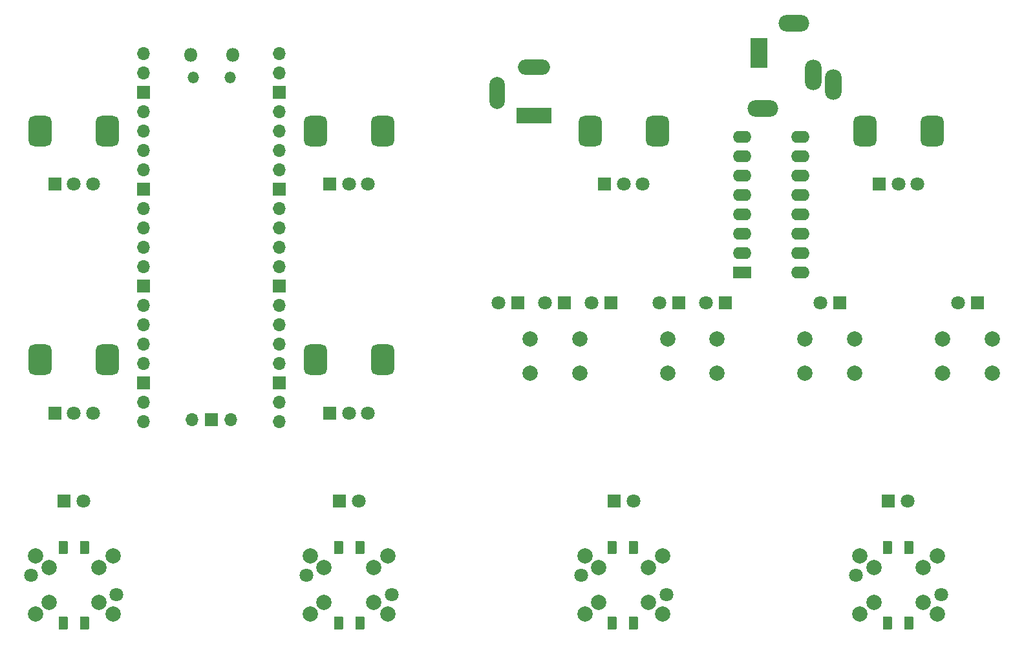
<source format=gbr>
%TF.GenerationSoftware,KiCad,Pcbnew,8.0.5*%
%TF.CreationDate,2024-11-14T15:35:10+01:00*%
%TF.ProjectId,VCO_RPIpico,56434f5f-5250-4497-9069-636f2e6b6963,0*%
%TF.SameCoordinates,Original*%
%TF.FileFunction,Soldermask,Top*%
%TF.FilePolarity,Negative*%
%FSLAX46Y46*%
G04 Gerber Fmt 4.6, Leading zero omitted, Abs format (unit mm)*
G04 Created by KiCad (PCBNEW 8.0.5) date 2024-11-14 15:35:10*
%MOMM*%
%LPD*%
G01*
G04 APERTURE LIST*
G04 Aperture macros list*
%AMRoundRect*
0 Rectangle with rounded corners*
0 $1 Rounding radius*
0 $2 $3 $4 $5 $6 $7 $8 $9 X,Y pos of 4 corners*
0 Add a 4 corners polygon primitive as box body*
4,1,4,$2,$3,$4,$5,$6,$7,$8,$9,$2,$3,0*
0 Add four circle primitives for the rounded corners*
1,1,$1+$1,$2,$3*
1,1,$1+$1,$4,$5*
1,1,$1+$1,$6,$7*
1,1,$1+$1,$8,$9*
0 Add four rect primitives between the rounded corners*
20,1,$1+$1,$2,$3,$4,$5,0*
20,1,$1+$1,$4,$5,$6,$7,0*
20,1,$1+$1,$6,$7,$8,$9,0*
20,1,$1+$1,$8,$9,$2,$3,0*%
G04 Aperture macros list end*
%ADD10R,1.800000X1.800000*%
%ADD11C,1.800000*%
%ADD12RoundRect,0.250000X-0.375000X-0.625000X0.375000X-0.625000X0.375000X0.625000X-0.375000X0.625000X0*%
%ADD13RoundRect,0.750000X0.750000X-1.250000X0.750000X1.250000X-0.750000X1.250000X-0.750000X-1.250000X0*%
%ADD14C,2.000000*%
%ADD15O,2.200000X4.000000*%
%ADD16O,4.000000X2.200000*%
%ADD17R,2.200000X4.000000*%
%ADD18R,4.600000X2.000000*%
%ADD19O,4.200000X2.000000*%
%ADD20O,2.000000X4.200000*%
%ADD21R,2.400000X1.600000*%
%ADD22O,2.400000X1.600000*%
%ADD23O,1.800000X1.800000*%
%ADD24O,1.500000X1.500000*%
%ADD25O,1.700000X1.700000*%
%ADD26R,1.700000X1.700000*%
G04 APERTURE END LIST*
D10*
%TO.C,D6*%
X127736000Y-113008000D03*
D11*
X130276000Y-113008000D03*
%TD*%
D12*
%TO.C,D18*%
X127500000Y-128984000D03*
X130300000Y-128984000D03*
%TD*%
D10*
%TO.C,R14*%
X54500000Y-101450000D03*
D11*
X57000000Y-101450000D03*
X59500000Y-101450000D03*
D13*
X52600000Y-94450000D03*
X61400000Y-94450000D03*
%TD*%
D14*
%TO.C,SW4*%
X125750000Y-121750000D03*
X132250000Y-121750000D03*
X125750000Y-126250000D03*
X132250000Y-126250000D03*
%TD*%
%TO.C,SW6*%
X53750000Y-121750000D03*
X60250000Y-121750000D03*
X53750000Y-126250000D03*
X60250000Y-126250000D03*
%TD*%
D12*
%TO.C,D17*%
X91686000Y-128984000D03*
X94486000Y-128984000D03*
%TD*%
D10*
%TO.C,D10*%
X121269000Y-87000000D03*
D11*
X118729000Y-87000000D03*
%TD*%
D12*
%TO.C,D14*%
X127500000Y-119104000D03*
X130300000Y-119104000D03*
%TD*%
D10*
%TO.C,D7*%
X163677000Y-113008000D03*
D11*
X166217000Y-113008000D03*
%TD*%
D10*
%TO.C,D1*%
X142351000Y-87000000D03*
D11*
X139811000Y-87000000D03*
%TD*%
D12*
%TO.C,D13*%
X91670000Y-119104000D03*
X94470000Y-119104000D03*
%TD*%
D14*
%TO.C,sw9*%
X62100000Y-120200000D03*
X51940000Y-120200000D03*
X62100000Y-127820000D03*
X51940000Y-127820000D03*
D11*
X51412000Y-122740000D03*
X62588000Y-125280000D03*
%TD*%
D10*
%TO.C,D11*%
X127365000Y-87000000D03*
D11*
X124825000Y-87000000D03*
%TD*%
D10*
%TO.C,RV5*%
X90500000Y-71450000D03*
D11*
X93000000Y-71450000D03*
X95500000Y-71450000D03*
D13*
X88600000Y-64450000D03*
X97400000Y-64450000D03*
%TD*%
D14*
%TO.C,sw10*%
X98100000Y-120200000D03*
X87940000Y-120200000D03*
X98100000Y-127820000D03*
X87940000Y-127820000D03*
D11*
X87412000Y-122740000D03*
X98588000Y-125280000D03*
%TD*%
D14*
%TO.C,sw12*%
X170100000Y-120200000D03*
X159940000Y-120200000D03*
X170100000Y-127820000D03*
X159940000Y-127820000D03*
D11*
X159412000Y-122740000D03*
X170588000Y-125280000D03*
%TD*%
D13*
%TO.C,RV4*%
X133400000Y-64450000D03*
X124600000Y-64450000D03*
D11*
X131500000Y-71450000D03*
X129000000Y-71450000D03*
D10*
X126500000Y-71450000D03*
%TD*%
D14*
%TO.C,sw11*%
X134100000Y-120200000D03*
X123940000Y-120200000D03*
X134100000Y-127820000D03*
X123940000Y-127820000D03*
D11*
X123412000Y-122740000D03*
X134588000Y-125280000D03*
%TD*%
D15*
%TO.C,J1*%
X156492000Y-58356000D03*
X153792000Y-57156000D03*
D16*
X151292000Y-50356000D03*
D17*
X146692000Y-54256000D03*
D16*
X147192000Y-61556000D03*
%TD*%
D10*
%TO.C,D8*%
X115173000Y-87000000D03*
D11*
X112633000Y-87000000D03*
%TD*%
D10*
%TO.C,R13*%
X90500000Y-101450000D03*
D11*
X93000000Y-101450000D03*
X95500000Y-101450000D03*
D13*
X88600000Y-94450000D03*
X97400000Y-94450000D03*
%TD*%
D10*
%TO.C,D9*%
X175366000Y-87000000D03*
D11*
X172826000Y-87000000D03*
%TD*%
D10*
%TO.C,R15*%
X54500000Y-71450000D03*
D11*
X57000000Y-71450000D03*
X59500000Y-71450000D03*
D13*
X52600000Y-64450000D03*
X61400000Y-64450000D03*
%TD*%
D14*
%TO.C,SW7*%
X177250000Y-96250000D03*
X170750000Y-96250000D03*
X177250000Y-91750000D03*
X170750000Y-91750000D03*
%TD*%
%TO.C,SW3*%
X161750000Y-121750000D03*
X168250000Y-121750000D03*
X161750000Y-126250000D03*
X168250000Y-126250000D03*
%TD*%
%TO.C,SW5*%
X89750000Y-121750000D03*
X96250000Y-121750000D03*
X89750000Y-126250000D03*
X96250000Y-126250000D03*
%TD*%
%TO.C,SW2*%
X123250000Y-96250000D03*
X116750000Y-96250000D03*
X123250000Y-91750000D03*
X116750000Y-91750000D03*
%TD*%
D12*
%TO.C,D19*%
X163568000Y-128984000D03*
X166368000Y-128984000D03*
%TD*%
D10*
%TO.C,D5*%
X91795000Y-113008000D03*
D11*
X94335000Y-113008000D03*
%TD*%
D10*
%TO.C,D3*%
X157332000Y-87000000D03*
D11*
X154792000Y-87000000D03*
%TD*%
D10*
%TO.C,D4*%
X55727000Y-113008000D03*
D11*
X58267000Y-113008000D03*
%TD*%
D18*
%TO.C,J2*%
X117216000Y-62420000D03*
D19*
X117216000Y-56120000D03*
D20*
X112416000Y-59520000D03*
%TD*%
D12*
%TO.C,D12*%
X55602000Y-119104000D03*
X58402000Y-119104000D03*
%TD*%
D14*
%TO.C,SW1*%
X141250000Y-96250000D03*
X134750000Y-96250000D03*
X141250000Y-91750000D03*
X134750000Y-91750000D03*
%TD*%
D10*
%TO.C,D2*%
X136255000Y-87000000D03*
D11*
X133715000Y-87000000D03*
%TD*%
D12*
%TO.C,D15*%
X163568000Y-119078000D03*
X166368000Y-119078000D03*
%TD*%
%TO.C,D16*%
X55618000Y-128984000D03*
X58418000Y-128984000D03*
%TD*%
D14*
%TO.C,SW8*%
X159250000Y-96250000D03*
X152750000Y-96250000D03*
X159250000Y-91750000D03*
X152750000Y-91750000D03*
%TD*%
D10*
%TO.C,RV6*%
X162500000Y-71450000D03*
D11*
X165000000Y-71450000D03*
X167500000Y-71450000D03*
D13*
X160600000Y-64450000D03*
X169400000Y-64450000D03*
%TD*%
D21*
%TO.C,U2*%
X144515000Y-83036000D03*
D22*
X144515000Y-80496000D03*
X144515000Y-77956000D03*
X144515000Y-75416000D03*
X144515000Y-72876000D03*
X144515000Y-70336000D03*
X144515000Y-67796000D03*
X144515000Y-65256000D03*
X152135000Y-65256000D03*
X152135000Y-67796000D03*
X152135000Y-70336000D03*
X152135000Y-72876000D03*
X152135000Y-75416000D03*
X152135000Y-77956000D03*
X152135000Y-80496000D03*
X152135000Y-83036000D03*
%TD*%
D23*
%TO.C,A1*%
X77761000Y-54464000D03*
D24*
X77461000Y-57494000D03*
X72611000Y-57494000D03*
D23*
X72311000Y-54464000D03*
D25*
X83926000Y-54334000D03*
X83926000Y-56874000D03*
D26*
X83926000Y-59414000D03*
D25*
X83926000Y-61954000D03*
X83926000Y-64494000D03*
X83926000Y-67034000D03*
X83926000Y-69574000D03*
D26*
X83926000Y-72114000D03*
D25*
X83926000Y-74654000D03*
X83926000Y-77194000D03*
X83926000Y-79734000D03*
X83926000Y-82274000D03*
D26*
X83926000Y-84814000D03*
D25*
X83926000Y-87354000D03*
X83926000Y-89894000D03*
X83926000Y-92434000D03*
X83926000Y-94974000D03*
D26*
X83926000Y-97514000D03*
D25*
X83926000Y-100054000D03*
X83926000Y-102594000D03*
X66146000Y-102594000D03*
X66146000Y-100054000D03*
D26*
X66146000Y-97514000D03*
D25*
X66146000Y-94974000D03*
X66146000Y-92434000D03*
X66146000Y-89894000D03*
X66146000Y-87354000D03*
D26*
X66146000Y-84814000D03*
D25*
X66146000Y-82274000D03*
X66146000Y-79734000D03*
X66146000Y-77194000D03*
X66146000Y-74654000D03*
D26*
X66146000Y-72114000D03*
D25*
X66146000Y-69574000D03*
X66146000Y-67034000D03*
X66146000Y-64494000D03*
X66146000Y-61954000D03*
D26*
X66146000Y-59414000D03*
D25*
X66146000Y-56874000D03*
X66146000Y-54334000D03*
X77576000Y-102364000D03*
D26*
X75036000Y-102364000D03*
D25*
X72496000Y-102364000D03*
%TD*%
M02*

</source>
